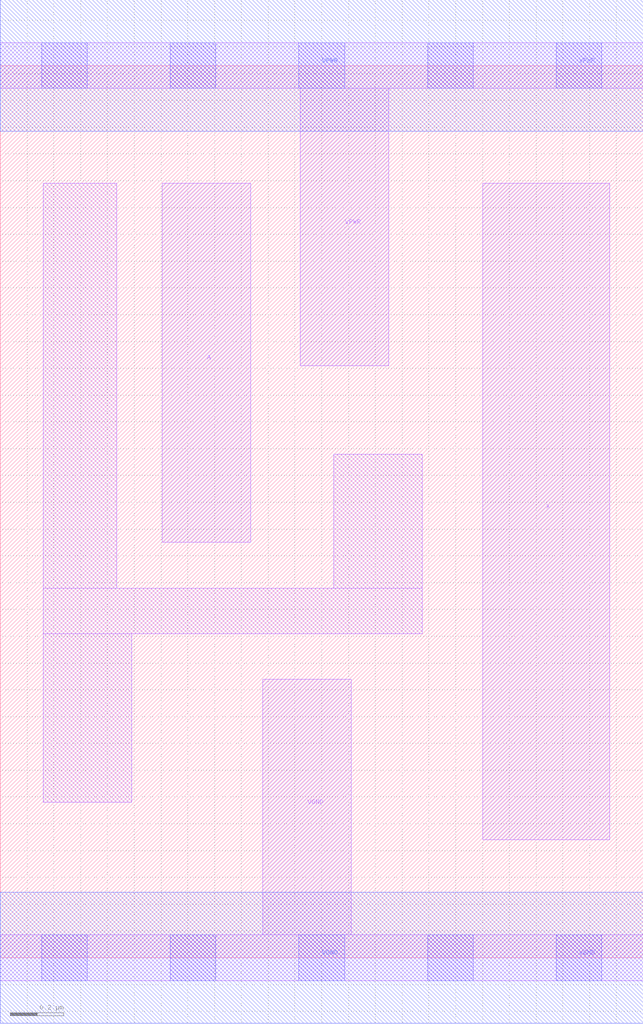
<source format=lef>
# Copyright 2020 The SkyWater PDK Authors
#
# Licensed under the Apache License, Version 2.0 (the "License");
# you may not use this file except in compliance with the License.
# You may obtain a copy of the License at
#
#     https://www.apache.org/licenses/LICENSE-2.0
#
# Unless required by applicable law or agreed to in writing, software
# distributed under the License is distributed on an "AS IS" BASIS,
# WITHOUT WARRANTIES OR CONDITIONS OF ANY KIND, either express or implied.
# See the License for the specific language governing permissions and
# limitations under the License.
#
# SPDX-License-Identifier: Apache-2.0

VERSION 5.7 ;
  NAMESCASESENSITIVE ON ;
  NOWIREEXTENSIONATPIN ON ;
  DIVIDERCHAR "/" ;
  BUSBITCHARS "[]" ;
UNITS
  DATABASE MICRONS 200 ;
END UNITS
MACRO sky130_fd_sc_lp__buflp_0
  CLASS CORE ;
  SOURCE USER ;
  FOREIGN sky130_fd_sc_lp__buflp_0 ;
  ORIGIN  0.000000  0.000000 ;
  SIZE  2.400000 BY  3.330000 ;
  SYMMETRY X Y R90 ;
  SITE unit ;
  PIN A
    ANTENNAGATEAREA  0.252000 ;
    DIRECTION INPUT ;
    USE SIGNAL ;
    PORT
      LAYER li1 ;
        RECT 0.605000 1.550000 0.935000 2.890000 ;
    END
  END A
  PIN X
    ANTENNADIFFAREA  0.302100 ;
    DIRECTION OUTPUT ;
    USE SIGNAL ;
    PORT
      LAYER li1 ;
        RECT 1.800000 0.440000 2.275000 2.890000 ;
    END
  END X
  PIN VGND
    DIRECTION INOUT ;
    USE GROUND ;
    PORT
      LAYER li1 ;
        RECT 0.000000 -0.085000 2.400000 0.085000 ;
        RECT 0.980000  0.085000 1.310000 1.040000 ;
      LAYER mcon ;
        RECT 0.155000 -0.085000 0.325000 0.085000 ;
        RECT 0.635000 -0.085000 0.805000 0.085000 ;
        RECT 1.115000 -0.085000 1.285000 0.085000 ;
        RECT 1.595000 -0.085000 1.765000 0.085000 ;
        RECT 2.075000 -0.085000 2.245000 0.085000 ;
      LAYER met1 ;
        RECT 0.000000 -0.245000 2.400000 0.245000 ;
    END
  END VGND
  PIN VPWR
    DIRECTION INOUT ;
    USE POWER ;
    PORT
      LAYER li1 ;
        RECT 0.000000 3.245000 2.400000 3.415000 ;
        RECT 1.120000 2.210000 1.450000 3.245000 ;
      LAYER mcon ;
        RECT 0.155000 3.245000 0.325000 3.415000 ;
        RECT 0.635000 3.245000 0.805000 3.415000 ;
        RECT 1.115000 3.245000 1.285000 3.415000 ;
        RECT 1.595000 3.245000 1.765000 3.415000 ;
        RECT 2.075000 3.245000 2.245000 3.415000 ;
      LAYER met1 ;
        RECT 0.000000 3.085000 2.400000 3.575000 ;
    END
  END VPWR
  OBS
    LAYER li1 ;
      RECT 0.160000 0.580000 0.490000 1.210000 ;
      RECT 0.160000 1.210000 1.575000 1.380000 ;
      RECT 0.160000 1.380000 0.435000 2.890000 ;
      RECT 1.245000 1.380000 1.575000 1.880000 ;
  END
END sky130_fd_sc_lp__buflp_0

</source>
